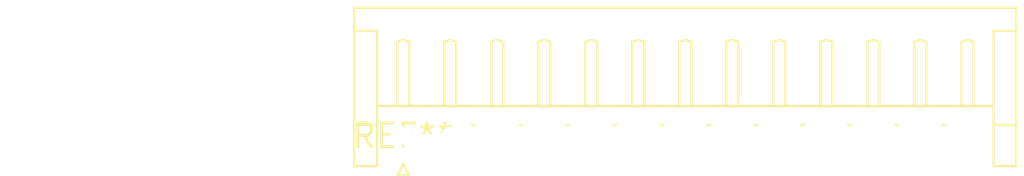
<source format=kicad_pcb>
(kicad_pcb (version 20240108) (generator pcbnew)
  (layers (0 "F.Cu" signal) (31 "B.Cu" signal) (34 "B.Paste" user) (35 "F.Paste" user) (36 "B.SilkS" user "B.Silkscreen") (37 "F.SilkS" user "F.Silkscreen") (38 "B.Mask" user) (39 "F.Mask" user) (44 "Edge.Cuts" user))
  (net 0 "")
  (footprint "JST_EH_S13B-EH_1x13_P2.50mm_Horizontal" (layer "F.Cu") (at 0 0)
    (property "Reference" "REF**")
    (property "Value" "JST_EH_S13B-EH_1x13_P2.50mm_Horizontal")
    (fp_line (start -2.61 -6.81) (end 32.61 -6.81) (layer "F.SilkS") (stroke (width 0.12)))
    (fp_line (start -2.61 -5.59) (end -1.39 -5.59) (layer "F.SilkS") (stroke (width 0.12)))
    (fp_line (start -2.61 1.61) (end -2.61 -6.81) (layer "F.SilkS") (stroke (width 0.12)))
    (fp_line (start -1.39 -5.59) (end -1.39 -0.59) (layer "F.SilkS") (stroke (width 0.12)))
    (fp_line (start -1.39 -1.59) (end 31.39 -1.59) (layer "F.SilkS") (stroke (width 0.12)))
    (fp_line (start -1.39 -0.59) (end -2.61 -0.59) (layer "F.SilkS") (stroke (width 0.12)))
    (fp_line (start -1.39 -0.59) (end -1.39 1.61) (layer "F.SilkS") (stroke (width 0.12)))
    (fp_line (start -1.39 1.61) (end -2.61 1.61) (layer "F.SilkS") (stroke (width 0.12)))
    (fp_line (start -0.32 -5.01) (end 0 -5.09) (layer "F.SilkS") (stroke (width 0.12)))
    (fp_line (start -0.32 -1.59) (end -0.32 -5.01) (layer "F.SilkS") (stroke (width 0.12)))
    (fp_line (start -0.3 2.1) (end 0.3 2.1) (layer "F.SilkS") (stroke (width 0.12)))
    (fp_line (start 0 -5.09) (end 0.32 -5.01) (layer "F.SilkS") (stroke (width 0.12)))
    (fp_line (start 0 -1.59) (end -0.32 -1.59) (layer "F.SilkS") (stroke (width 0.12)))
    (fp_line (start 0 1.5) (end -0.3 2.1) (layer "F.SilkS") (stroke (width 0.12)))
    (fp_line (start 0.3 2.1) (end 0 1.5) (layer "F.SilkS") (stroke (width 0.12)))
    (fp_line (start 0.32 -5.01) (end 0.32 -1.59) (layer "F.SilkS") (stroke (width 0.12)))
    (fp_line (start 0.32 -1.59) (end 0 -1.59) (layer "F.SilkS") (stroke (width 0.12)))
    (fp_line (start 1.17 -0.59) (end 1.33 -0.59) (layer "F.SilkS") (stroke (width 0.12)))
    (fp_line (start 2.18 -5.01) (end 2.5 -5.09) (layer "F.SilkS") (stroke (width 0.12)))
    (fp_line (start 2.18 -1.59) (end 2.18 -5.01) (layer "F.SilkS") (stroke (width 0.12)))
    (fp_line (start 2.5 -5.09) (end 2.82 -5.01) (layer "F.SilkS") (stroke (width 0.12)))
    (fp_line (start 2.5 -1.59) (end 2.18 -1.59) (layer "F.SilkS") (stroke (width 0.12)))
    (fp_line (start 2.82 -5.01) (end 2.82 -1.59) (layer "F.SilkS") (stroke (width 0.12)))
    (fp_line (start 2.82 -1.59) (end 2.5 -1.59) (layer "F.SilkS") (stroke (width 0.12)))
    (fp_line (start 3.67 -0.59) (end 3.83 -0.59) (layer "F.SilkS") (stroke (width 0.12)))
    (fp_line (start 4.68 -5.01) (end 5 -5.09) (layer "F.SilkS") (stroke (width 0.12)))
    (fp_line (start 4.68 -1.59) (end 4.68 -5.01) (layer "F.SilkS") (stroke (width 0.12)))
    (fp_line (start 5 -5.09) (end 5.32 -5.01) (layer "F.SilkS") (stroke (width 0.12)))
    (fp_line (start 5 -1.59) (end 4.68 -1.59) (layer "F.SilkS") (stroke (width 0.12)))
    (fp_line (start 5.32 -5.01) (end 5.32 -1.59) (layer "F.SilkS") (stroke (width 0.12)))
    (fp_line (start 5.32 -1.59) (end 5 -1.59) (layer "F.SilkS") (stroke (width 0.12)))
    (fp_line (start 6.17 -0.59) (end 6.33 -0.59) (layer "F.SilkS") (stroke (width 0.12)))
    (fp_line (start 7.18 -5.01) (end 7.5 -5.09) (layer "F.SilkS") (stroke (width 0.12)))
    (fp_line (start 7.18 -1.59) (end 7.18 -5.01) (layer "F.SilkS") (stroke (width 0.12)))
    (fp_line (start 7.5 -5.09) (end 7.82 -5.01) (layer "F.SilkS") (stroke (width 0.12)))
    (fp_line (start 7.5 -1.59) (end 7.18 -1.59) (layer "F.SilkS") (stroke (width 0.12)))
    (fp_line (start 7.82 -5.01) (end 7.82 -1.59) (layer "F.SilkS") (stroke (width 0.12)))
    (fp_line (start 7.82 -1.59) (end 7.5 -1.59) (layer "F.SilkS") (stroke (width 0.12)))
    (fp_line (start 8.67 -0.59) (end 8.83 -0.59) (layer "F.SilkS") (stroke (width 0.12)))
    (fp_line (start 9.68 -5.01) (end 10 -5.09) (layer "F.SilkS") (stroke (width 0.12)))
    (fp_line (start 9.68 -1.59) (end 9.68 -5.01) (layer "F.SilkS") (stroke (width 0.12)))
    (fp_line (start 10 -5.09) (end 10.32 -5.01) (layer "F.SilkS") (stroke (width 0.12)))
    (fp_line (start 10 -1.59) (end 9.68 -1.59) (layer "F.SilkS") (stroke (width 0.12)))
    (fp_line (start 10.32 -5.01) (end 10.32 -1.59) (layer "F.SilkS") (stroke (width 0.12)))
    (fp_line (start 10.32 -1.59) (end 10 -1.59) (layer "F.SilkS") (stroke (width 0.12)))
    (fp_line (start 11.17 -0.59) (end 11.33 -0.59) (layer "F.SilkS") (stroke (width 0.12)))
    (fp_line (start 12.18 -5.01) (end 12.5 -5.09) (layer "F.SilkS") (stroke (width 0.12)))
    (fp_line (start 12.18 -1.59) (end 12.18 -5.01) (layer "F.SilkS") (stroke (width 0.12)))
    (fp_line (start 12.5 -5.09) (end 12.82 -5.01) (layer "F.SilkS") (stroke (width 0.12)))
    (fp_line (start 12.5 -1.59) (end 12.18 -1.59) (layer "F.SilkS") (stroke (width 0.12)))
    (fp_line (start 12.82 -5.01) (end 12.82 -1.59) (layer "F.SilkS") (stroke (width 0.12)))
    (fp_line (start 12.82 -1.59) (end 12.5 -1.59) (layer "F.SilkS") (stroke (width 0.12)))
    (fp_line (start 13.67 -0.59) (end 13.83 -0.59) (layer "F.SilkS") (stroke (width 0.12)))
    (fp_line (start 14.68 -5.01) (end 15 -5.09) (layer "F.SilkS") (stroke (width 0.12)))
    (fp_line (start 14.68 -1.59) (end 14.68 -5.01) (layer "F.SilkS") (stroke (width 0.12)))
    (fp_line (start 15 -5.09) (end 15.32 -5.01) (layer "F.SilkS") (stroke (width 0.12)))
    (fp_line (start 15 -1.59) (end 14.68 -1.59) (layer "F.SilkS") (stroke (width 0.12)))
    (fp_line (start 15.32 -5.01) (end 15.32 -1.59) (layer "F.SilkS") (stroke (width 0.12)))
    (fp_line (start 15.32 -1.59) (end 15 -1.59) (layer "F.SilkS") (stroke (width 0.12)))
    (fp_line (start 16.17 -0.59) (end 16.33 -0.59) (layer "F.SilkS") (stroke (width 0.12)))
    (fp_line (start 17.18 -5.01) (end 17.5 -5.09) (layer "F.SilkS") (stroke (width 0.12)))
    (fp_line (start 17.18 -1.59) (end 17.18 -5.01) (layer "F.SilkS") (stroke (width 0.12)))
    (fp_line (start 17.5 -5.09) (end 17.82 -5.01) (layer "F.SilkS") (stroke (width 0.12)))
    (fp_line (start 17.5 -1.59) (end 17.18 -1.59) (layer "F.SilkS") (stroke (width 0.12)))
    (fp_line (start 17.82 -5.01) (end 17.82 -1.59) (layer "F.SilkS") (stroke (width 0.12)))
    (fp_line (start 17.82 -1.59) (end 17.5 -1.59) (layer "F.SilkS") (stroke (width 0.12)))
    (fp_line (start 18.67 -0.59) (end 18.83 -0.59) (layer "F.SilkS") (stroke (width 0.12)))
    (fp_line (start 19.68 -5.01) (end 20 -5.09) (layer "F.SilkS") (stroke (width 0.12)))
    (fp_line (start 19.68 -1.59) (end 19.68 -5.01) (layer "F.SilkS") (stroke (width 0.12)))
    (fp_line (start 20 -5.09) (end 20.32 -5.01) (layer "F.SilkS") (stroke (width 0.12)))
    (fp_line (start 20 -1.59) (end 19.68 -1.59) (layer "F.SilkS") (stroke (width 0.12)))
    (fp_line (start 20.32 -5.01) (end 20.32 -1.59) (layer "F.SilkS") (stroke (width 0.12)))
    (fp_line (start 20.32 -1.59) (end 20 -1.59) (layer "F.SilkS") (stroke (width 0.12)))
    (fp_line (start 21.17 -0.59) (end 21.33 -0.59) (layer "F.SilkS") (stroke (width 0.12)))
    (fp_line (start 22.18 -5.01) (end 22.5 -5.09) (layer "F.SilkS") (stroke (width 0.12)))
    (fp_line (start 22.18 -1.59) (end 22.18 -5.01) (layer "F.SilkS") (stroke (width 0.12)))
    (fp_line (start 22.5 -5.09) (end 22.82 -5.01) (layer "F.SilkS") (stroke (width 0.12)))
    (fp_line (start 22.5 -1.59) (end 22.18 -1.59) (layer "F.SilkS") (stroke (width 0.12)))
    (fp_line (start 22.82 -5.01) (end 22.82 -1.59) (layer "F.SilkS") (stroke (width 0.12)))
    (fp_line (start 22.82 -1.59) (end 22.5 -1.59) (layer "F.SilkS") (stroke (width 0.12)))
    (fp_line (start 23.67 -0.59) (end 23.83 -0.59) (layer "F.SilkS") (stroke (width 0.12)))
    (fp_line (start 24.68 -5.01) (end 25 -5.09) (layer "F.SilkS") (stroke (width 0.12)))
    (fp_line (start 24.68 -1.59) (end 24.68 -5.01) (layer "F.SilkS") (stroke (width 0.12)))
    (fp_line (start 25 -5.09) (end 25.32 -5.01) (layer "F.SilkS") (stroke (width 0.12)))
    (fp_line (start 25 -1.59) (end 24.68 -1.59) (layer "F.SilkS") (stroke (width 0.12)))
    (fp_line (start 25.32 -5.01) (end 25.32 -1.59) (layer "F.SilkS") (stroke (width 0.12)))
    (fp_line (start 25.32 -1.59) (end 25 -1.59) (layer "F.SilkS") (stroke (width 0.12)))
    (fp_line (start 26.17 -0.59) (end 26.33 -0.59) (layer "F.SilkS") (stroke (width 0.12)))
    (fp_line (start 27.18 -5.01) (end 27.5 -5.09) (layer "F.SilkS") (stroke (width 0.12)))
    (fp_line (start 27.18 -1.59) (end 27.18 -5.01) (layer "F.SilkS") (stroke (width 0.12)))
    (fp_line (start 27.5 -5.09) (end 27.82 -5.01) (layer "F.SilkS") (stroke (width 0.12)))
    (fp_line (start 27.5 -1.59) (end 27.18 -1.59) (layer "F.SilkS") (stroke (width 0.12)))
    (fp_line (start 27.82 -5.01) (end 27.82 -1.59) (layer "F.SilkS") (stroke (width 0.12)))
    (fp_line (start 27.82 -1.59) (end 27.5 -1.59) (layer "F.SilkS") (stroke (width 0.12)))
    (fp_line (start 28.67 -0.59) (end 28.83 -0.59) (layer "F.SilkS") (stroke (width 0.12)))
    (fp_line (start 29.68 -5.01) (end 30 -5.09) (layer "F.SilkS") (stroke (width 0.12)))
    (fp_line (start 29.68 -1.59) (end 29.68 -5.01) (layer "F.SilkS") (stroke (width 0.12)))
    (fp_line (start 30 -5.09) (end 30.32 -5.01) (layer "F.SilkS") (stroke (width 0.12)))
    (fp_line (start 30 -1.59) (end 29.68 -1.59) (layer "F.SilkS") (stroke (width 0.12)))
    (fp_line (start 30.32 -5.01) (end 30.32 -1.59) (layer "F.SilkS") (stroke (width 0.12)))
    (fp_line (start 30.32 -1.59) (end 30 -1.59) (layer "F.SilkS") (stroke (width 0.12)))
    (fp_line (start 31.39 -5.59) (end 31.39 -0.59) (layer "F.SilkS") (stroke (width 0.12)))
    (fp_line (start 31.39 -0.59) (end 32.61 -0.59) (layer "F.SilkS") (stroke (width 0.12)))
    (fp_line (start 31.39 1.61) (end 31.39 -0.59) (layer "F.SilkS") (stroke (width 0.12)))
    (fp_line (start 32.61 -6.81) (end 32.61 1.61) (layer "F.SilkS") (stroke (width 0.12)))
    (fp_line (start 32.61 -5.59) (end 31.39 -5.59) (layer "F.SilkS") (stroke (width 0.12)))
    (fp_line (start 32.61 1.61) (end 31.39 1.61) (layer "F.SilkS") (stroke (width 0.12)))
    (pad "1" thru_hole roundrect (at 0 0) (size 1.7 1.95) (drill 0.95) (layers *.Cu *.Mask) (remove_unused_layers) (roundrect_rratio 0.147059))
    (pad "2" thru_hole oval (at 2.5 0) (size 1.7 1.95) (drill 0.95) (layers *.Cu *.Mask) (remove_unused_layers))
    (pad "3" thru_hole oval (at 5 0) (size 1.7 1.95) (drill 0.95) (layers *.Cu *.Mask) (remove_unused_layers))
    (pad "4" thru_hole oval (at 7.5 0) (size 1.7 1.95) (drill 0.95) (layers *.Cu *.Mask) (remove_unused_layers))
    (pad "5" thru_hole oval (at 10 0) (size 1.7 1.95) (drill 0.95) (layers *.Cu *.Mask) (remove_unused_layers))
    (pad "6" thru_hole oval (at 12.5 0) (size 1.7 1.95) (drill 0.95) (layers *.Cu *.Mask) (remove_unused_layers))
    (pad "7" thru_hole oval (at 15 0) (size 1.7 1.95) (drill 0.95) (layers *.Cu *.Mask) (remove_unused_layers))
    (pad "8" thru_hole oval (at 17.5 0) (size 1.7 1.95) (drill 0.95) (layers *.Cu *.Mask) (remove_unused_layers))
    (pad "9" thru_hole oval (at 20 0) (size 1.7 1.95) (drill 0.95) (layers *.Cu *.Mask) (remove_unused_layers))
    (pad "10" thru_hole oval (at 22.5 0) (size 1.7 1.95) (drill 0.95) (layers *.Cu *.Mask) (remove_unused_layers))
    (pad "11" thru_hole oval (at 25 0) (size 1.7 1.95) (drill 0.95) (layers *.Cu *.Mask) (remove_unused_layers))
    (pad "12" thru_hole oval (at 27.5 0) (size 1.7 1.95) (drill 0.95) (layers *.Cu *.Mask) (remove_unused_layers))
    (pad "13" thru_hole oval (at 30 0) (size 1.7 1.95) (drill 0.95) (layers *.Cu *.Mask) (remove_unused_layers))
  )
)
</source>
